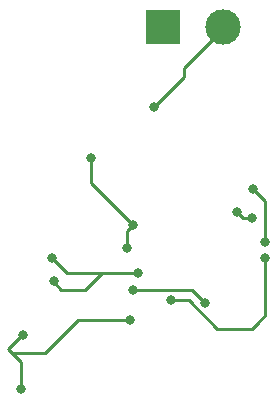
<source format=gbr>
%TF.GenerationSoftware,KiCad,Pcbnew,(6.0.10)*%
%TF.CreationDate,2023-02-17T09:15:48-08:00*%
%TF.ProjectId,Exercise II,45786572-6369-4736-9520-49492e6b6963,rev?*%
%TF.SameCoordinates,Original*%
%TF.FileFunction,Copper,L2,Bot*%
%TF.FilePolarity,Positive*%
%FSLAX46Y46*%
G04 Gerber Fmt 4.6, Leading zero omitted, Abs format (unit mm)*
G04 Created by KiCad (PCBNEW (6.0.10)) date 2023-02-17 09:15:48*
%MOMM*%
%LPD*%
G01*
G04 APERTURE LIST*
%TA.AperFunction,ComponentPad*%
%ADD10R,3.000000X3.000000*%
%TD*%
%TA.AperFunction,ComponentPad*%
%ADD11C,3.000000*%
%TD*%
%TA.AperFunction,ViaPad*%
%ADD12C,0.800000*%
%TD*%
%TA.AperFunction,Conductor*%
%ADD13C,0.254000*%
%TD*%
G04 APERTURE END LIST*
D10*
%TO.P,J1,1,Pin_1*%
%TO.N,+9V*%
X131953000Y-66548000D03*
D11*
%TO.P,J1,2,Pin_2*%
%TO.N,GND*%
X137033000Y-66548000D03*
%TD*%
D12*
%TO.N,/pin_2*%
X119888000Y-97155000D03*
X132588000Y-89662000D03*
X120078500Y-92646500D03*
X129159000Y-91313000D03*
X140589000Y-86106000D03*
%TO.N,GND*%
X125857000Y-77597000D03*
X129413000Y-83312000D03*
X128905000Y-85217000D03*
X131191000Y-73279000D03*
%TO.N,+9V*%
X129794000Y-87376000D03*
X138176000Y-82169000D03*
X122555000Y-86106000D03*
X122682000Y-88011000D03*
X139446000Y-82677000D03*
%TO.N,/pin_7*%
X139573000Y-80264000D03*
X140589000Y-84709000D03*
%TO.N,/pin_3*%
X129413000Y-88773000D03*
X135509000Y-89916000D03*
%TD*%
D13*
%TO.N,/pin_2*%
X119888000Y-94869000D02*
X119888000Y-97155000D01*
X124714000Y-91313000D02*
X121920000Y-94107000D01*
X132588000Y-89662000D02*
X134112000Y-89662000D01*
X139446000Y-92075000D02*
X139954000Y-91567000D01*
X121920000Y-94107000D02*
X119126000Y-94107000D01*
X118808500Y-93789500D02*
X119888000Y-94869000D01*
X140589000Y-90932000D02*
X140589000Y-86106000D01*
X120015000Y-92583000D02*
X118808500Y-93789500D01*
X136525000Y-92075000D02*
X139446000Y-92075000D01*
X139954000Y-91567000D02*
X140589000Y-90932000D01*
X129159000Y-91313000D02*
X124714000Y-91313000D01*
X134112000Y-89662000D02*
X136525000Y-92075000D01*
X119126000Y-94107000D02*
X118808500Y-93789500D01*
%TO.N,GND*%
X125857000Y-77597000D02*
X125857000Y-79756000D01*
X128905000Y-85217000D02*
X128905000Y-83820000D01*
X125857000Y-79756000D02*
X129413000Y-83312000D01*
X128905000Y-83820000D02*
X129413000Y-83312000D01*
X133731000Y-70739000D02*
X133731000Y-69977000D01*
X131191000Y-73279000D02*
X133731000Y-70739000D01*
X133731000Y-69977000D02*
X137160000Y-66548000D01*
%TO.N,+9V*%
X126746000Y-87376000D02*
X129794000Y-87376000D01*
X138176000Y-82169000D02*
X138684000Y-82677000D01*
X138684000Y-82677000D02*
X139446000Y-82677000D01*
X122618500Y-88074500D02*
X123317000Y-88773000D01*
X123825000Y-87376000D02*
X126746000Y-87376000D01*
X122555000Y-86106000D02*
X123825000Y-87376000D01*
X123317000Y-88773000D02*
X125349000Y-88773000D01*
X125349000Y-88773000D02*
X126746000Y-87376000D01*
%TO.N,/pin_7*%
X140589000Y-81280000D02*
X140589000Y-84709000D01*
X139573000Y-80264000D02*
X140589000Y-81280000D01*
%TO.N,/pin_3*%
X134366000Y-88773000D02*
X129413000Y-88773000D01*
X135509000Y-89916000D02*
X134366000Y-88773000D01*
%TD*%
M02*

</source>
